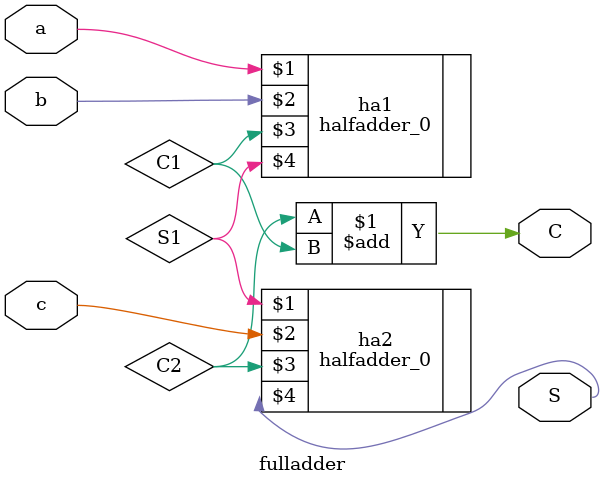
<source format=v>
`timescale 1ns / 1ps


module fulladder(
    input a,
    input b,
    input c,
    output C,
    output S
    );
wire C1,C2,S1;
halfadder_0 ha1(a,b,C1,S1);
halfadder_0 ha2(S1,c,C2,S);
assign C=C2+C1;
endmodule

</source>
